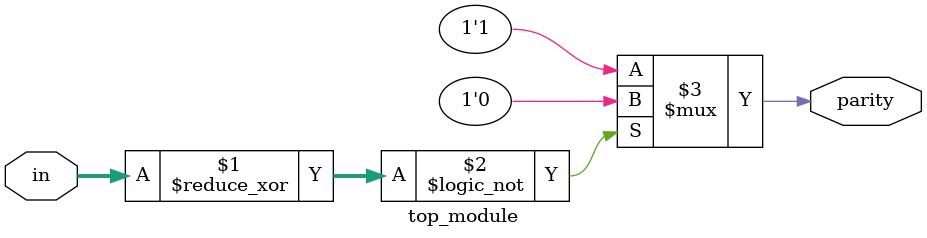
<source format=v>
module top_module (
    input [7:0] in,
    output parity); 
    assign parity = (^in[7:0] == 0)? 1'b0 : 1'b1;
endmodule

</source>
